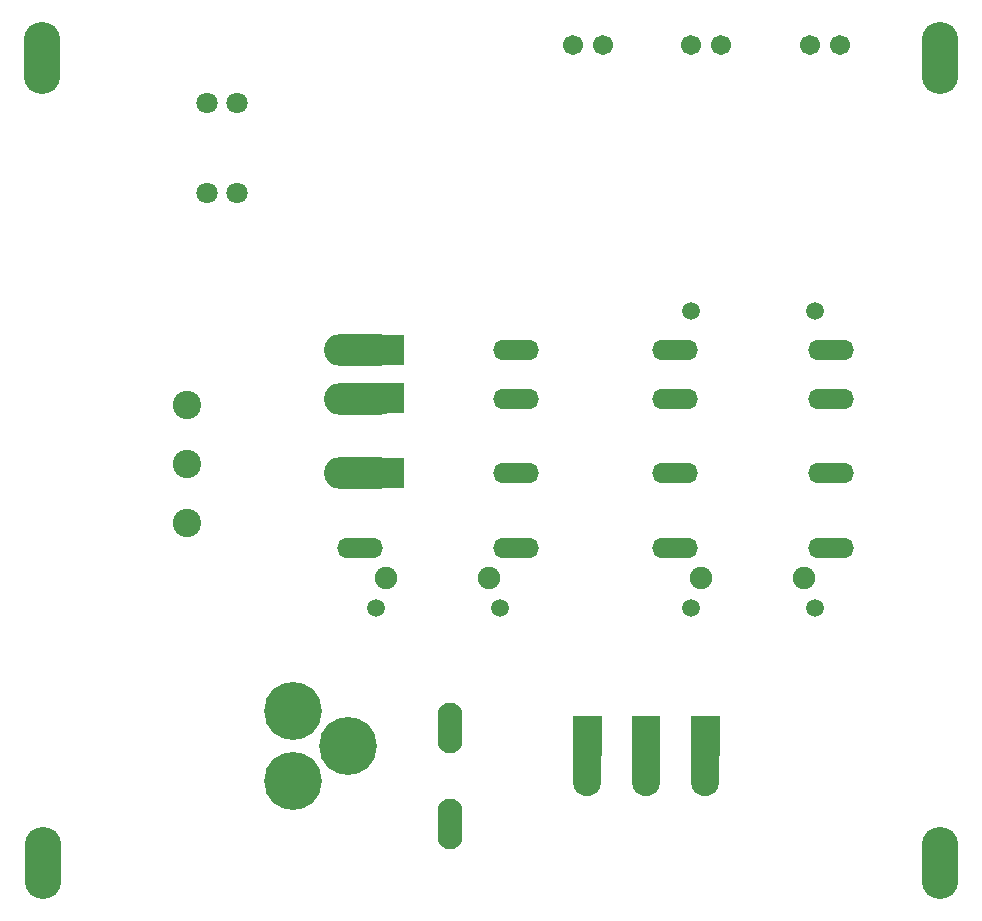
<source format=gbs>
G04 Layer: BottomSolderMaskLayer*
G04 EasyEDA v6.5.46, 2025-07-02 10:59:38*
G04 Gerber Generator version 0.2*
G04 Scale: 100 percent, Rotated: No, Reflected: No *
G04 Dimensions in millimeters *
G04 leading zeros omitted , absolute positions ,4 integer and 5 decimal *
%FSLAX45Y45*%
%MOMM*%

%ADD10C,1.9016*%
%ADD11C,1.5016*%
%ADD12O,2.4015954X5.10159*%
%ADD13C,2.4016*%
%ADD14C,1.7016*%
%ADD15C,1.8016*%
%ADD16C,4.9022*%
%ADD17O,2.0999958X4.2999914*%
%ADD18O,3.9000175999999995X1.700022*%
%ADD19O,6.100013199999999X2.7000200000000003*%
%ADD20O,3.101594X6.101588*%

%LPD*%
D10*
G01*
X-422325Y126974D03*
G01*
X447675Y126974D03*
G01*
X2244674Y126974D03*
G01*
X3114675Y126974D03*
D11*
G01*
X537667Y-127000D03*
G01*
X-512318Y-127000D03*
G01*
X3204692Y-127000D03*
G01*
X2154707Y-127000D03*
G01*
X2154681Y2387600D03*
G01*
X3204667Y2387600D03*
D12*
G01*
X1278000Y-1462811D03*
G01*
X1778000Y-1462811D03*
G01*
X2277998Y-1462811D03*
D13*
G01*
X-2108225Y1592173D03*
G01*
X-2108225Y1092174D03*
G01*
X-2108225Y592175D03*
D14*
G01*
X1155700Y4641875D03*
G01*
X1409700Y4641875D03*
G01*
X2158974Y4641875D03*
G01*
X2412974Y4641875D03*
G01*
X3162274Y4641875D03*
G01*
X3416274Y4641875D03*
D15*
G01*
X-1943100Y3390874D03*
G01*
X-1689100Y3390874D03*
G01*
X-1689100Y4152874D03*
G01*
X-1943100Y4152874D03*
D16*
G01*
X-742983Y-1299199D03*
G01*
X-1212883Y-999479D03*
G01*
X-1212883Y-1591299D03*
D17*
G01*
X114279Y-1144376D03*
G01*
X114279Y-1954408D03*
D18*
G01*
X-647319Y381685D03*
G01*
X672693Y381685D03*
G01*
X672693Y1016685D03*
D19*
G01*
X-647319Y1016685D03*
D18*
G01*
X672693Y1646681D03*
D19*
G01*
X-647319Y1646681D03*
D18*
G01*
X672693Y2056688D03*
D19*
G01*
X-647319Y2056688D03*
D18*
G01*
X2019680Y381685D03*
G01*
X3339693Y381685D03*
G01*
X3339693Y1016685D03*
G01*
X2019680Y1016685D03*
G01*
X3339693Y1646681D03*
G01*
X2019680Y1646681D03*
G01*
X3339693Y2056688D03*
G01*
X2019680Y2056688D03*
D20*
G01*
X-3340100Y4533900D03*
G01*
X-3327400Y-2285974D03*
G01*
X4267174Y-2285974D03*
G01*
X4267174Y4533900D03*
G36*
X-485775Y1778000D02*
G01*
X-276225Y1778000D01*
X-276225Y1524000D01*
X-485775Y1524000D01*
G37*
G36*
X1162024Y-1041400D02*
G01*
X1403324Y-1041400D01*
X1403324Y-1377950D01*
X1162024Y-1377950D01*
G37*
G36*
X1657324Y-1041400D02*
G01*
X1898624Y-1041400D01*
X1898624Y-1377950D01*
X1657324Y-1377950D01*
G37*
G36*
X2158974Y-1041400D02*
G01*
X2400274Y-1041400D01*
X2400274Y-1377950D01*
X2158974Y-1377950D01*
G37*
G36*
X-485775Y2184400D02*
G01*
X-276225Y2184400D01*
X-276225Y1930400D01*
X-485775Y1930400D01*
G37*
G36*
X-485775Y1143000D02*
G01*
X-276225Y1143000D01*
X-276225Y889000D01*
X-485775Y889000D01*
G37*
M02*

</source>
